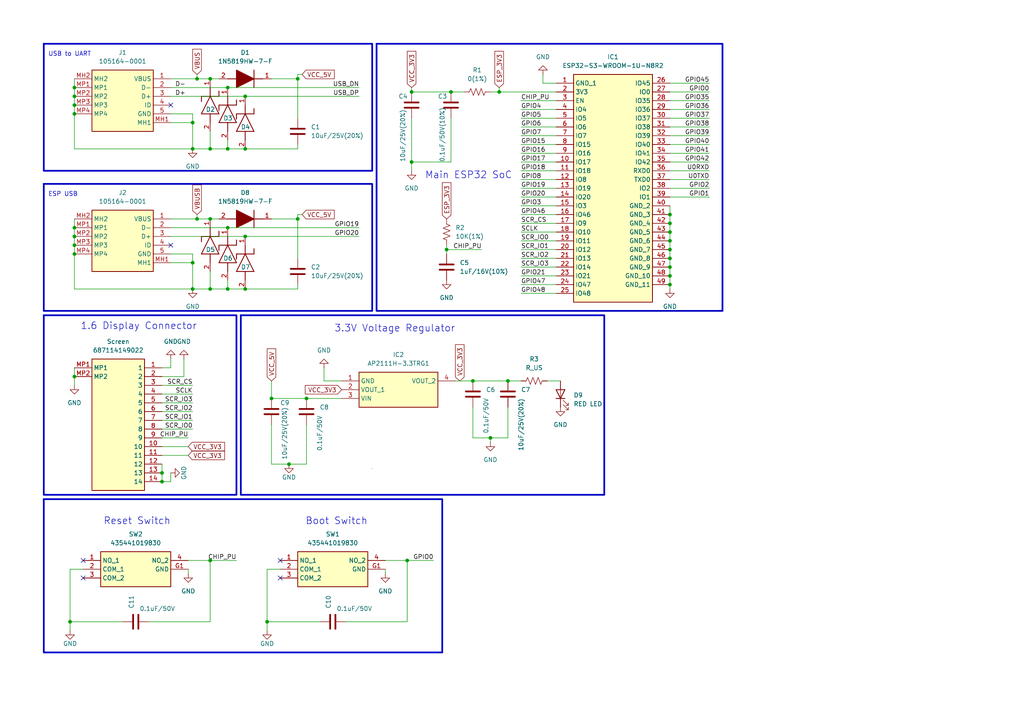
<source format=kicad_sch>
(kicad_sch (version 20230121) (generator eeschema)
  (paper "A4")
  (lib_symbols
    (symbol "Device:C" (pin_numbers hide) (pin_names (offset 0.254))
      (property "Reference" "C" (at 0.635 2.54 0))
      (property "Value" "C" (at 0.635 -2.54 0))
      (symbol "C_0_1"
        (polyline (pts (xy -2.032 -0.762) (xy 2.032 -0.762)) (stroke (width 0.508)))
        (polyline (pts (xy -2.032 0.762) (xy 2.032 0.762)) (stroke (width 0.508)))
      )
      (symbol "C_1_1"
        (pin passive line (at 0 3.81 270) (length 2.794) (name "~") (number "1"))
        (pin passive line (at 0 -3.81 90) (length 2.794) (name "~") (number "2"))
      )
    )
    (symbol "Device:LED" (pin_numbers hide) (pin_names (offset 1.016) hide)
      (property "Reference" "D" (at 0 2.54 0))
      (property "Value" "LED" (at 0 -2.54 0))
      (symbol "LED_0_1"
        (polyline (pts (xy -1.27 -1.27) (xy -1.27 1.27)) (stroke (width 0.254)))
        (polyline (pts (xy -1.27 0) (xy 1.27 0)))
        (polyline (pts (xy 1.27 -1.27) (xy 1.27 1.27) (xy -1.27 0) (xy 1.27 -1.27)) (stroke (width 0.254)))
        (polyline (pts (xy -3.048 -0.762) (xy -4.572 -2.286) (xy -3.81 -2.286) (xy -4.572 -2.286) (xy -4.572 -1.524)))
        (polyline (pts (xy -1.778 -0.762) (xy -3.302 -2.286) (xy -2.54 -2.286) (xy -3.302 -2.286) (xy -3.302 -1.524)))
      )
      (symbol "LED_1_1"
        (pin passive line (at -3.81 0 0) (length 2.54) (name "K") (number "1"))
        (pin passive line (at 3.81 0 180) (length 2.54) (name "A") (number "2"))
      )
    )
    (symbol "Device:R_US" (pin_numbers hide) (pin_names (offset 0))
      (property "Reference" "R" (at 2.54 0 90))
      (property "Value" "R_US" (at -2.54 0 90))
      (symbol "R_US_0_1"
        (polyline (pts (xy 0 -2.286) (xy 0 -2.54)))
        (polyline (pts (xy 0 2.286) (xy 0 2.54)))
        (polyline (pts (xy 0 -0.762) (xy 1.016 -1.143) (xy 0 -1.524) (xy -1.016 -1.905) (xy 0 -2.286)))
        (polyline (pts (xy 0 0.762) (xy 1.016 0.381) (xy 0 0) (xy -1.016 -0.381) (xy 0 -0.762)))
        (polyline (pts (xy 0 2.286) (xy 1.016 1.905) (xy 0 1.524) (xy -1.016 1.143) (xy 0 0.762)))
      )
      (symbol "R_US_1_1"
        (pin passive line (at 0 3.81 270) (length 1.27) (name "~") (number "1"))
        (pin passive line (at 0 -3.81 90) (length 1.27) (name "~") (number "2"))
      )
    )
    (symbol "SamacSys_Parts:105164-0001"
      (property "Reference" "J" (at 24.13 7.62 0))
      (property "Value" "105164-0001" (at 24.13 5.08 0))
      (symbol "105164-0001_1_1"
        (rectangle (start 5.08 2.54) (end 22.86 -15.24) (stroke (width 0.254)) (fill (type background)))
        (pin passive line (at 0 0 0) (length 5.08) (name "VBUS") (number "1"))
        (pin passive line (at 0 -2.54 0) (length 5.08) (name "D-") (number "2"))
        (pin passive line (at 0 -5.08 0) (length 5.08) (name "D+") (number "3"))
        (pin passive line (at 0 -7.62 0) (length 5.08) (name "ID") (number "4"))
        (pin passive line (at 0 -10.16 0) (length 5.08) (name "GND") (number "5"))
        (pin passive line (at 0 -12.7 0) (length 5.08) (name "MH1") (number "MH1"))
        (pin passive line (at 27.94 0 180) (length 5.08) (name "MH2") (number "MH2"))
        (pin passive line (at 27.94 -2.54 180) (length 5.08) (name "MP1") (number "MP1"))
        (pin passive line (at 27.94 -5.08 180) (length 5.08) (name "MP2") (number "MP2"))
        (pin passive line (at 27.94 -7.62 180) (length 5.08) (name "MP3") (number "MP3"))
        (pin passive line (at 27.94 -10.16 180) (length 5.08) (name "MP4") (number "MP4"))
      )
    )
    (symbol "SamacSys_Parts:1N5819HW-7-F" (pin_names hide)
      (property "Reference" "D" (at 11.43 5.08 0))
      (property "Value" "1N5819HW-7-F" (at 11.43 2.54 0))
      (symbol "1N5819HW-7-F_1_1"
        (polyline (pts (xy 2.54 0) (xy 5.08 0)) (stroke (width 0.254)))
        (polyline (pts (xy 5.08 2.54) (xy 5.08 -2.54)) (stroke (width 0.254)))
        (polyline (pts (xy 10.16 0) (xy 12.7 0)) (stroke (width 0.254)))
        (polyline (pts (xy 5.08 0) (xy 10.16 2.54) (xy 10.16 -2.54) (xy 5.08 0)) (stroke (width 0.254)) (fill (type outline)))
        (pin passive line (at 0 0 0) (length 2.54) (name "K") (number "1"))
        (pin passive line (at 15.24 0 180) (length 2.54) (name "A") (number "2"))
      )
    )
    (symbol "SamacSys_Parts:435441019830"
      (property "Reference" "S" (at 26.67 7.62 0))
      (property "Value" "435441019830" (at 26.67 5.08 0))
      (symbol "435441019830_1_1"
        (rectangle (start 5.08 2.54) (end 25.4 -7.62) (stroke (width 0.254)) (fill (type background)))
        (pin passive line (at 0 0 0) (length 5.08) (name "NO_1") (number "1"))
        (pin passive line (at 0 -2.54 0) (length 5.08) (name "COM_1") (number "2"))
        (pin passive line (at 0 -5.08 0) (length 5.08) (name "COM_2") (number "3"))
        (pin passive line (at 30.48 0 180) (length 5.08) (name "NO_2") (number "4"))
        (pin passive line (at 30.48 -2.54 180) (length 5.08) (name "GND") (number "G1"))
      )
    )
    (symbol "SamacSys_Parts:687114149022"
      (property "Reference" "J" (at 21.59 7.62 0))
      (property "Value" "687114149022" (at 21.59 5.08 0))
      (symbol "687114149022_1_1"
        (rectangle (start 5.08 2.54) (end 20.32 -35.56) (stroke (width 0.254)) (fill (type background)))
        (pin passive line (at 25.4 0 180) (length 5.08) (name "1") (number "1"))
        (pin passive line (at 25.4 -22.86 180) (length 5.08) (name "10") (number "10"))
        (pin passive line (at 25.4 -25.4 180) (length 5.08) (name "11") (number "11"))
        (pin passive line (at 25.4 -27.94 180) (length 5.08) (name "12") (number "12"))
        (pin passive line (at 25.4 -30.48 180) (length 5.08) (name "13") (number "13"))
        (pin passive line (at 25.4 -33.02 180) (length 5.08) (name "14") (number "14"))
        (pin passive line (at 25.4 -2.54 180) (length 5.08) (name "2") (number "2"))
        (pin passive line (at 25.4 -5.08 180) (length 5.08) (name "3") (number "3"))
        (pin passive line (at 25.4 -7.62 180) (length 5.08) (name "4") (number "4"))
        (pin passive line (at 25.4 -10.16 180) (length 5.08) (name "5") (number "5"))
        (pin passive line (at 25.4 -12.7 180) (length 5.08) (name "6") (number "6"))
        (pin passive line (at 25.4 -15.24 180) (length 5.08) (name "7") (number "7"))
        (pin passive line (at 25.4 -17.78 180) (length 5.08) (name "8") (number "8"))
        (pin passive line (at 25.4 -20.32 180) (length 5.08) (name "9") (number "9"))
        (pin passive line (at 0 0 0) (length 5.08) (name "MP1") (number "MP1"))
        (pin passive line (at 0 -2.54 0) (length 5.08) (name "MP2") (number "MP2"))
      )
    )
    (symbol "SamacSys_Parts:AP2111H-3.3TRG1"
      (property "Reference" "IC" (at 29.21 7.62 0))
      (property "Value" "AP2111H-3.3TRG1" (at 29.21 5.08 0))
      (symbol "AP2111H-3.3TRG1_1_1"
        (rectangle (start 5.08 2.54) (end 27.94 -7.62) (stroke (width 0.254)) (fill (type background)))
        (pin passive line (at 0 0 0) (length 5.08) (name "GND") (number "1"))
        (pin passive line (at 0 -2.54 0) (length 5.08) (name "VOUT_1") (number "2"))
        (pin passive line (at 0 -5.08 0) (length 5.08) (name "VIN") (number "3"))
        (pin passive line (at 33.02 0 180) (length 5.08) (name "VOUT_2") (number "4"))
      )
    )
    (symbol "SamacSys_Parts:ESDA7P60-1U1M" (pin_names hide)
      (property "Reference" "D" (at 10.16 8.89 0))
      (property "Value" "ESDA7P60-1U1M" (at 10.16 6.35 0))
      (symbol "ESDA7P60-1U1M_1_1"
        (polyline (pts (xy 2.54 0) (xy 5.08 0)) (stroke (width 0.254)))
        (polyline (pts (xy 5.08 -2.54) (xy 6.604 -2.54)) (stroke (width 0.254)))
        (polyline (pts (xy 5.08 0) (xy 10.16 2.54)) (stroke (width 0.254)))
        (polyline (pts (xy 5.08 2.54) (xy 3.556 2.54)) (stroke (width 0.254)))
        (polyline (pts (xy 5.08 2.54) (xy 5.08 -2.54)) (stroke (width 0.254)))
        (polyline (pts (xy 10.16 -2.54) (xy 5.08 0)) (stroke (width 0.254)))
        (polyline (pts (xy 10.16 -2.54) (xy 10.16 2.54)) (stroke (width 0.254)))
        (polyline (pts (xy 12.7 0) (xy 10.16 0)) (stroke (width 0.254)))
        (pin passive line (at 0 0 0) (length 2.54) (name "K") (number "1"))
        (pin passive line (at 15.24 0 180) (length 2.54) (name "A") (number "2"))
      )
    )
    (symbol "SamacSys_Parts:ESP32-S3-WROOM-1U-N8R2"
      (property "Reference" "IC" (at 29.21 7.62 0))
      (property "Value" "ESP32-S3-WROOM-1U-N8R2" (at 29.21 5.08 0))
      (symbol "ESP32-S3-WROOM-1U-N8R2_1_1"
        (rectangle (start 5.08 2.54) (end 27.94 -63.5) (stroke (width 0.254)) (fill (type background)))
        (pin passive line (at 0 0 0) (length 5.08) (name "GND_1") (number "1"))
        (pin passive line (at 0 -22.86 0) (length 5.08) (name "IO17") (number "10"))
        (pin passive line (at 0 -25.4 0) (length 5.08) (name "IO18") (number "11"))
        (pin passive line (at 0 -27.94 0) (length 5.08) (name "IO8") (number "12"))
        (pin passive line (at 0 -30.48 0) (length 5.08) (name "IO19") (number "13"))
        (pin passive line (at 0 -33.02 0) (length 5.08) (name "IO20") (number "14"))
        (pin passive line (at 0 -35.56 0) (length 5.08) (name "IO3") (number "15"))
        (pin passive line (at 0 -38.1 0) (length 5.08) (name "IO46") (number "16"))
        (pin passive line (at 0 -40.64 0) (length 5.08) (name "IO9") (number "17"))
        (pin passive line (at 0 -43.18 0) (length 5.08) (name "IO10") (number "18"))
        (pin passive line (at 0 -45.72 0) (length 5.08) (name "IO11") (number "19"))
        (pin passive line (at 0 -2.54 0) (length 5.08) (name "3V3") (number "2"))
        (pin passive line (at 0 -48.26 0) (length 5.08) (name "IO12") (number "20"))
        (pin passive line (at 0 -50.8 0) (length 5.08) (name "IO13") (number "21"))
        (pin passive line (at 0 -53.34 0) (length 5.08) (name "IO14") (number "22"))
        (pin passive line (at 0 -55.88 0) (length 5.08) (name "IO21") (number "23"))
        (pin passive line (at 0 -58.42 0) (length 5.08) (name "IO47") (number "24"))
        (pin passive line (at 0 -60.96 0) (length 5.08) (name "IO48") (number "25"))
        (pin passive line (at 33.02 0 180) (length 5.08) (name "IO45") (number "26"))
        (pin passive line (at 33.02 -2.54 180) (length 5.08) (name "IO0") (number "27"))
        (pin passive line (at 33.02 -5.08 180) (length 5.08) (name "IO35") (number "28"))
        (pin passive line (at 33.02 -7.62 180) (length 5.08) (name "IO36") (number "29"))
        (pin passive line (at 0 -5.08 0) (length 5.08) (name "EN") (number "3"))
        (pin passive line (at 33.02 -10.16 180) (length 5.08) (name "IO37") (number "30"))
        (pin passive line (at 33.02 -12.7 180) (length 5.08) (name "IO38") (number "31"))
        (pin passive line (at 33.02 -15.24 180) (length 5.08) (name "IO39") (number "32"))
        (pin passive line (at 33.02 -17.78 180) (length 5.08) (name "IO40") (number "33"))
        (pin passive line (at 33.02 -20.32 180) (length 5.08) (name "IO41") (number "34"))
        (pin passive line (at 33.02 -22.86 180) (length 5.08) (name "IO42") (number "35"))
        (pin passive line (at 33.02 -25.4 180) (length 5.08) (name "RXD0") (number "36"))
        (pin passive line (at 33.02 -27.94 180) (length 5.08) (name "TXD0") (number "37"))
        (pin passive line (at 33.02 -30.48 180) (length 5.08) (name "IO2") (number "38"))
        (pin passive line (at 33.02 -33.02 180) (length 5.08) (name "IO1") (number "39"))
        (pin passive line (at 0 -7.62 0) (length 5.08) (name "IO4") (number "4"))
        (pin passive line (at 33.02 -35.56 180) (length 5.08) (name "GND_2") (number "40"))
        (pin passive line (at 33.02 -38.1 180) (length 5.08) (name "GND_3") (number "41"))
        (pin passive line (at 33.02 -40.64 180) (length 5.08) (name "GND_4") (number "42"))
        (pin passive line (at 33.02 -43.18 180) (length 5.08) (name "GND_5") (number "43"))
        (pin passive line (at 33.02 -45.72 180) (length 5.08) (name "GND_6") (number "44"))
        (pin passive line (at 33.02 -48.26 180) (length 5.08) (name "GND_7") (number "45"))
        (pin passive line (at 33.02 -50.8 180) (length 5.08) (name "GND_8") (number "46"))
        (pin passive line (at 33.02 -53.34 180) (length 5.08) (name "GND_9") (number "47"))
        (pin passive line (at 33.02 -55.88 180) (length 5.08) (name "GND_10") (number "48"))
        (pin passive line (at 33.02 -58.42 180) (length 5.08) (name "GND_11") (number "49"))
        (pin passive line (at 0 -10.16 0) (length 5.08) (name "IO5") (number "5"))
        (pin passive line (at 0 -12.7 0) (length 5.08) (name "IO6") (number "6"))
        (pin passive line (at 0 -15.24 0) (length 5.08) (name "IO7") (number "7"))
        (pin passive line (at 0 -17.78 0) (length 5.08) (name "IO15") (number "8"))
        (pin passive line (at 0 -20.32 0) (length 5.08) (name "IO16") (number "9"))
      )
    )
    (symbol "power:GND" (power) (pin_names (offset 0))
      (property "Value" "GND" (at 0 -3.81 0))
      (symbol "GND_0_1"
        (polyline (pts (xy 0 0) (xy 0 -1.27) (xy 1.27 -1.27) (xy 0 -2.54) (xy -1.27 -1.27) (xy 0 -1.27)))
      )
      (symbol "GND_1_1"
        (pin power_in line (at 0 0 270) (length 0) hide (name "GND") (number "1"))
      )
    )
  )
  (junction (at 66.04 43.18))
  (junction (at 21.59 27.94))
  (junction (at 130.81 26.67))
  (junction (at 194.31 69.85))
  (junction (at 57.15 22.86))
  (junction (at 71.12 43.18))
  (junction (at 194.31 82.55))
  (junction (at 129.54 72.39))
  (junction (at 66.04 66.04))
  (junction (at 66.04 83.82))
  (junction (at 57.15 63.5))
  (junction (at 194.31 80.01))
  (junction (at 21.59 33.02))
  (junction (at 142.24 127))
  (junction (at 194.31 62.23))
  (junction (at 71.12 83.82))
  (junction (at 83.82 134.62))
  (junction (at 21.59 66.04))
  (junction (at 66.04 25.4))
  (junction (at 88.9 115.57))
  (junction (at 55.88 76.2))
  (junction (at 21.59 25.4))
  (junction (at 55.88 35.56))
  (junction (at 20.32 180.34))
  (junction (at 194.31 72.39))
  (junction (at 119.38 46.99))
  (junction (at 46.99 137.16))
  (junction (at 60.96 22.86))
  (junction (at 194.31 77.47))
  (junction (at 78.74 115.57))
  (junction (at 71.12 68.58))
  (junction (at 71.12 27.94))
  (junction (at 77.47 180.34))
  (junction (at 119.38 26.67))
  (junction (at 118.11 162.56))
  (junction (at 21.59 30.48))
  (junction (at 137.16 110.49))
  (junction (at 194.31 74.93))
  (junction (at 21.59 73.66))
  (junction (at 60.96 162.56))
  (junction (at 144.78 26.67))
  (junction (at 86.36 22.86))
  (junction (at 60.96 43.18))
  (junction (at 55.88 43.18))
  (junction (at 86.36 63.5))
  (junction (at 21.59 109.22))
  (junction (at 60.96 63.5))
  (junction (at 194.31 67.31))
  (junction (at 60.96 83.82))
  (junction (at 21.59 71.12))
  (junction (at 147.32 110.49))
  (junction (at 194.31 64.77))
  (junction (at 46.99 139.7))
  (junction (at 21.59 68.58))
  (junction (at 55.88 83.82))
  (no_connect (at 81.28 167.64))
  (no_connect (at 24.13 162.56))
  (no_connect (at 81.28 162.56))
  (no_connect (at 49.53 71.12))
  (no_connect (at 49.53 30.48))
  (no_connect (at 24.13 167.64))
  (wire (pts (xy 137.16 127) (xy 142.24 127)))
  (wire (pts (xy 71.12 68.58) (xy 104.14 68.58)))
  (wire (pts (xy 151.13 41.91) (xy 161.29 41.91)))
  (wire (pts (xy 142.24 127) (xy 142.24 128.27)))
  (wire (pts (xy 151.13 29.21) (xy 161.29 29.21)))
  (wire (pts (xy 119.38 26.67) (xy 130.81 26.67)))
  (wire (pts (xy 78.74 115.57) (xy 88.9 115.57)))
  (wire (pts (xy 49.53 25.4) (xy 66.04 25.4)))
  (wire (pts (xy 21.59 83.82) (xy 55.88 83.82)))
  (wire (pts (xy 129.54 72.39) (xy 129.54 73.66)))
  (wire (pts (xy 78.74 134.62) (xy 78.74 123.19)))
  (wire (pts (xy 49.53 27.94) (xy 71.12 27.94)))
  (wire (pts (xy 77.47 182.88) (xy 77.47 180.34)))
  (wire (pts (xy 144.78 26.67) (xy 161.29 26.67)))
  (wire (pts (xy 60.96 180.34) (xy 60.96 162.56)))
  (wire (pts (xy 194.31 39.37) (xy 205.74 39.37)))
  (wire (pts (xy 194.31 24.13) (xy 205.74 24.13)))
  (wire (pts (xy 142.24 26.67) (xy 144.78 26.67)))
  (wire (pts (xy 157.48 21.59) (xy 157.48 24.13)))
  (wire (pts (xy 54.61 162.56) (xy 60.96 162.56)))
  (wire (pts (xy 100.33 180.34) (xy 118.11 180.34)))
  (wire (pts (xy 66.04 43.18) (xy 71.12 43.18)))
  (wire (pts (xy 194.31 36.83) (xy 205.74 36.83)))
  (wire (pts (xy 46.99 119.38) (xy 55.88 119.38)))
  (wire (pts (xy 55.88 76.2) (xy 55.88 83.82)))
  (wire (pts (xy 151.13 69.85) (xy 161.29 69.85)))
  (wire (pts (xy 86.36 82.55) (xy 86.36 83.82)))
  (wire (pts (xy 86.36 41.91) (xy 86.36 43.18)))
  (wire (pts (xy 151.13 34.29) (xy 161.29 34.29)))
  (wire (pts (xy 142.24 127) (xy 147.32 127)))
  (wire (pts (xy 118.11 180.34) (xy 118.11 162.56)))
  (wire (pts (xy 20.32 165.1) (xy 20.32 180.34)))
  (wire (pts (xy 83.82 134.62) (xy 88.9 134.62)))
  (wire (pts (xy 46.99 137.16) (xy 46.99 139.7)))
  (wire (pts (xy 21.59 25.4) (xy 21.59 27.94)))
  (wire (pts (xy 66.04 66.04) (xy 104.14 66.04)))
  (wire (pts (xy 21.59 33.02) (xy 21.59 43.18)))
  (wire (pts (xy 151.13 85.09) (xy 161.29 85.09)))
  (wire (pts (xy 78.74 134.62) (xy 83.82 134.62)))
  (wire (pts (xy 57.15 63.5) (xy 60.96 63.5)))
  (wire (pts (xy 77.47 180.34) (xy 92.71 180.34)))
  (wire (pts (xy 194.31 77.47) (xy 194.31 80.01)))
  (wire (pts (xy 57.15 21.59) (xy 57.15 22.86)))
  (wire (pts (xy 46.99 109.22) (xy 53.34 109.22)))
  (wire (pts (xy 194.31 72.39) (xy 194.31 74.93)))
  (wire (pts (xy 49.53 63.5) (xy 57.15 63.5)))
  (wire (pts (xy 151.13 59.69) (xy 161.29 59.69)))
  (wire (pts (xy 88.9 115.57) (xy 99.06 115.57)))
  (wire (pts (xy 119.38 25.4) (xy 119.38 26.67)))
  (wire (pts (xy 151.13 67.31) (xy 161.29 67.31)))
  (wire (pts (xy 88.9 123.19) (xy 88.9 134.62)))
  (wire (pts (xy 194.31 34.29) (xy 205.74 34.29)))
  (wire (pts (xy 60.96 38.1) (xy 60.96 43.18)))
  (wire (pts (xy 151.13 54.61) (xy 161.29 54.61)))
  (wire (pts (xy 46.99 129.54) (xy 54.61 129.54)))
  (wire (pts (xy 130.81 34.29) (xy 130.81 46.99)))
  (wire (pts (xy 77.47 165.1) (xy 77.47 180.34)))
  (wire (pts (xy 86.36 22.86) (xy 86.36 34.29)))
  (wire (pts (xy 21.59 22.86) (xy 21.59 25.4)))
  (wire (pts (xy 66.04 81.28) (xy 66.04 83.82)))
  (wire (pts (xy 194.31 26.67) (xy 205.74 26.67)))
  (wire (pts (xy 151.13 49.53) (xy 161.29 49.53)))
  (wire (pts (xy 46.99 121.92) (xy 55.88 121.92)))
  (wire (pts (xy 93.98 110.49) (xy 99.06 110.49)))
  (wire (pts (xy 21.59 30.48) (xy 21.59 33.02)))
  (wire (pts (xy 60.96 162.56) (xy 68.58 162.56)))
  (wire (pts (xy 21.59 63.5) (xy 21.59 66.04)))
  (wire (pts (xy 49.53 22.86) (xy 57.15 22.86)))
  (wire (pts (xy 194.31 82.55) (xy 194.31 83.82)))
  (wire (pts (xy 46.99 116.84) (xy 55.88 116.84)))
  (wire (pts (xy 86.36 63.5) (xy 78.74 63.5)))
  (wire (pts (xy 21.59 27.94) (xy 21.59 30.48)))
  (wire (pts (xy 194.31 80.01) (xy 194.31 82.55)))
  (wire (pts (xy 21.59 68.58) (xy 21.59 71.12)))
  (wire (pts (xy 49.53 76.2) (xy 55.88 76.2)))
  (wire (pts (xy 119.38 49.53) (xy 119.38 46.99)))
  (wire (pts (xy 151.13 36.83) (xy 161.29 36.83)))
  (wire (pts (xy 46.99 134.62) (xy 46.99 137.16)))
  (wire (pts (xy 151.13 64.77) (xy 161.29 64.77)))
  (wire (pts (xy 78.74 110.49) (xy 78.74 115.57)))
  (wire (pts (xy 49.53 137.16) (xy 49.53 139.7)))
  (wire (pts (xy 132.08 110.49) (xy 137.16 110.49)))
  (wire (pts (xy 111.76 166.37) (xy 111.76 165.1)))
  (wire (pts (xy 86.36 62.23) (xy 86.36 63.5)))
  (wire (pts (xy 54.61 166.37) (xy 54.61 165.1)))
  (wire (pts (xy 151.13 72.39) (xy 161.29 72.39)))
  (wire (pts (xy 20.32 180.34) (xy 35.56 180.34)))
  (wire (pts (xy 151.13 74.93) (xy 161.29 74.93)))
  (wire (pts (xy 151.13 82.55) (xy 161.29 82.55)))
  (wire (pts (xy 119.38 46.99) (xy 119.38 34.29)))
  (wire (pts (xy 71.12 27.94) (xy 104.14 27.94)))
  (wire (pts (xy 86.36 21.59) (xy 86.36 22.86)))
  (wire (pts (xy 86.36 22.86) (xy 78.74 22.86)))
  (wire (pts (xy 86.36 63.5) (xy 86.36 74.93)))
  (wire (pts (xy 55.88 33.02) (xy 55.88 35.56)))
  (wire (pts (xy 151.13 31.75) (xy 161.29 31.75)))
  (wire (pts (xy 151.13 44.45) (xy 161.29 44.45)))
  (wire (pts (xy 46.99 132.08) (xy 54.61 132.08)))
  (wire (pts (xy 151.13 46.99) (xy 161.29 46.99)))
  (wire (pts (xy 54.61 127) (xy 46.99 127)))
  (wire (pts (xy 49.53 33.02) (xy 55.88 33.02)))
  (wire (pts (xy 130.81 26.67) (xy 134.62 26.67)))
  (wire (pts (xy 130.81 46.99) (xy 119.38 46.99)))
  (wire (pts (xy 137.16 110.49) (xy 147.32 110.49)))
  (wire (pts (xy 157.48 24.13) (xy 161.29 24.13)))
  (wire (pts (xy 151.13 62.23) (xy 161.29 62.23)))
  (wire (pts (xy 194.31 46.99) (xy 205.74 46.99)))
  (wire (pts (xy 66.04 83.82) (xy 71.12 83.82)))
  (wire (pts (xy 118.11 162.56) (xy 125.73 162.56)))
  (wire (pts (xy 43.18 180.34) (xy 60.96 180.34)))
  (wire (pts (xy 129.54 72.39) (xy 139.7 72.39)))
  (wire (pts (xy 49.53 68.58) (xy 71.12 68.58)))
  (wire (pts (xy 194.31 49.53) (xy 205.74 49.53)))
  (wire (pts (xy 151.13 77.47) (xy 161.29 77.47)))
  (wire (pts (xy 55.88 73.66) (xy 55.88 76.2)))
  (wire (pts (xy 60.96 22.86) (xy 63.5 22.86)))
  (wire (pts (xy 111.76 162.56) (xy 118.11 162.56)))
  (wire (pts (xy 194.31 69.85) (xy 194.31 72.39)))
  (wire (pts (xy 49.53 66.04) (xy 66.04 66.04)))
  (wire (pts (xy 49.53 106.68) (xy 49.53 104.14)))
  (wire (pts (xy 60.96 43.18) (xy 66.04 43.18)))
  (wire (pts (xy 21.59 73.66) (xy 21.59 83.82)))
  (wire (pts (xy 86.36 62.23) (xy 87.63 62.23)))
  (wire (pts (xy 46.99 111.76) (xy 55.88 111.76)))
  (wire (pts (xy 66.04 40.64) (xy 66.04 43.18)))
  (wire (pts (xy 21.59 106.68) (xy 21.59 109.22)))
  (wire (pts (xy 194.31 62.23) (xy 194.31 64.77)))
  (wire (pts (xy 21.59 109.22) (xy 21.59 111.76)))
  (wire (pts (xy 57.15 62.23) (xy 57.15 63.5)))
  (wire (pts (xy 49.53 139.7) (xy 46.99 139.7)))
  (wire (pts (xy 194.31 64.77) (xy 194.31 67.31)))
  (wire (pts (xy 147.32 127) (xy 147.32 118.11)))
  (wire (pts (xy 137.16 118.11) (xy 137.16 127)))
  (wire (pts (xy 71.12 43.18) (xy 86.36 43.18)))
  (wire (pts (xy 71.12 83.82) (xy 86.36 83.82)))
  (wire (pts (xy 158.75 110.49) (xy 162.56 110.49)))
  (wire (pts (xy 55.88 35.56) (xy 55.88 43.18)))
  (wire (pts (xy 46.99 114.3) (xy 55.88 114.3)))
  (wire (pts (xy 194.31 67.31) (xy 194.31 69.85)))
  (wire (pts (xy 21.59 66.04) (xy 21.59 68.58)))
  (wire (pts (xy 151.13 52.07) (xy 161.29 52.07)))
  (wire (pts (xy 194.31 29.21) (xy 205.74 29.21)))
  (wire (pts (xy 151.13 57.15) (xy 161.29 57.15)))
  (wire (pts (xy 194.31 41.91) (xy 205.74 41.91)))
  (wire (pts (xy 129.54 71.12) (xy 129.54 72.39)))
  (wire (pts (xy 194.31 52.07) (xy 205.74 52.07)))
  (wire (pts (xy 60.96 63.5) (xy 63.5 63.5)))
  (wire (pts (xy 194.31 59.69) (xy 194.31 62.23)))
  (wire (pts (xy 194.31 54.61) (xy 205.74 54.61)))
  (wire (pts (xy 46.99 124.46) (xy 55.88 124.46)))
  (wire (pts (xy 21.59 71.12) (xy 21.59 73.66)))
  (wire (pts (xy 194.31 31.75) (xy 205.74 31.75)))
  (wire (pts (xy 81.28 165.1) (xy 77.47 165.1)))
  (wire (pts (xy 194.31 74.93) (xy 194.31 77.47)))
  (wire (pts (xy 24.13 165.1) (xy 20.32 165.1)))
  (wire (pts (xy 60.96 78.74) (xy 60.96 83.82)))
  (wire (pts (xy 147.32 110.49) (xy 151.13 110.49)))
  (wire (pts (xy 66.04 25.4) (xy 104.14 25.4)))
  (wire (pts (xy 49.53 35.56) (xy 55.88 35.56)))
  (wire (pts (xy 21.59 43.18) (xy 55.88 43.18)))
  (wire (pts (xy 53.34 104.14) (xy 53.34 109.22)))
  (wire (pts (xy 194.31 44.45) (xy 205.74 44.45)))
  (wire (pts (xy 46.99 106.68) (xy 49.53 106.68)))
  (wire (pts (xy 151.13 80.01) (xy 161.29 80.01)))
  (wire (pts (xy 151.13 39.37) (xy 161.29 39.37)))
  (wire (pts (xy 49.53 73.66) (xy 55.88 73.66)))
  (wire (pts (xy 57.15 22.86) (xy 60.96 22.86)))
  (wire (pts (xy 86.36 21.59) (xy 87.63 21.59)))
  (wire (pts (xy 20.32 182.88) (xy 20.32 180.34)))
  (wire (pts (xy 55.88 43.18) (xy 60.96 43.18)))
  (wire (pts (xy 93.98 106.68) (xy 93.98 110.49)))
  (wire (pts (xy 60.96 83.82) (xy 66.04 83.82)))
  (wire (pts (xy 55.88 83.82) (xy 60.96 83.82)))
  (wire (pts (xy 194.31 57.15) (xy 205.74 57.15)))
  (wire (pts (xy 144.78 25.4) (xy 144.78 26.67)))
  (rectangle (start 107.95 135.89) (end 107.95 135.89))
  (rectangle (start 12.7 53.34) (end 107.95 90.17) (stroke (width 0.5)))
  (rectangle (start 12.7 91.44) (end 68.58 143.51) (stroke (width 0.5)))
  (rectangle (start 12.7 144.78) (end 128.27 189.23) (stroke (width 0.5)))
  (rectangle (start 12.7 12.7) (end 107.95 49.53) (stroke (width 0.5)))
  (rectangle (start 69.85 91.44) (end 175.26 143.51) (stroke (width 0.5)))
  (rectangle (start 209.55 88.9) (end 209.55 88.9))
  (rectangle (start 109.22 12.7) (end 209.55 90.17) (stroke (width 0.5)))
  (text "1.6 Display Connector\n\n" (at 57.15 99.06 0) (effects (font (size 2 2)) (justify right bottom)))
  (text "Boot Switch" (at 106.68 152.4 0) (effects (font (size 2 2)) (justify right bottom)))
  (text "Reset Switch\n" (at 49.53 152.4 0) (effects (font (size 2 2)) (justify right bottom)))
  (text "3.3V Voltage Regulator\n" (at 132.08 96.52 0) (effects (font (size 2 2)) (justify right bottom)))
  (text "ESP USB" (at 13.97 57.15 0) (effects (font (size 1.27 1.27)) (justify left bottom)))
  (text "Main ESP32 SoC" (at 148.59 52.07 0) (effects (font (size 2 2)) (justify right bottom)))
  (text "USB to UART" (at 13.97 16.51 0) (effects (font (size 1.27 1.27)) (justify left bottom)))
  (label "GPIO3" (at 151.13 59.69 0))
  (label "GPIO19" (at 151.13 54.61 0))
  (label "CHIP_PU" (at 151.13 29.21 0))
  (label "GPIO39" (at 205.74 39.37 180))
  (label "CHIP_PU" (at 139.7 72.39 180))
  (label "SCR_IO1" (at 151.13 72.39 0))
  (label "SCR_IO2" (at 151.13 74.93 0))
  (label "SCLK" (at 55.88 114.3 180))
  (label "GPIO35" (at 205.74 29.21 180))
  (label "GPIO47" (at 151.13 82.55 0))
  (label "SCR_IO0" (at 151.13 69.85 0))
  (label "D-" (at 50.8 25.4 0))
  (label "CHIP_PU" (at 68.58 162.56 180))
  (label "U0TXD" (at 205.74 52.07 180))
  (label "GPIO0" (at 205.74 26.67 180))
  (label "SCR_CS" (at 55.88 111.76 180))
  (label "GPIO42" (at 205.74 46.99 180))
  (label "SCR_IO3" (at 151.13 77.47 0))
  (label "GPIO8" (at 151.13 52.07 0))
  (label "U0RXD" (at 205.74 49.53 180))
  (label "GPIO4" (at 151.13 31.75 0))
  (label "GPIO5" (at 151.13 34.29 0))
  (label "SCLK" (at 151.13 67.31 0))
  (label "GPIO18" (at 151.13 49.53 0))
  (label "GPIO41" (at 205.74 44.45 180))
  (label "GPIO7" (at 151.13 39.37 0))
  (label "GPIO48" (at 151.13 85.09 0))
  (label "SCR_IO2" (at 55.88 119.38 180))
  (label "GPIO16" (at 151.13 44.45 0))
  (label "SCR_IO1" (at 55.88 121.92 180))
  (label "GPIO45" (at 205.74 24.13 180))
  (label "GPIO38" (at 205.74 36.83 180))
  (label "GPIO0" (at 125.73 162.56 180))
  (label "GPIO46" (at 151.13 62.23 0))
  (label "GPIO17" (at 151.13 46.99 0))
  (label "SCR_CS" (at 151.13 64.77 0))
  (label "GPIO20" (at 151.13 57.15 0))
  (label "GPIO1" (at 205.74 57.15 180))
  (label "GPIO21" (at 151.13 80.01 0))
  (label "GPIO6" (at 151.13 36.83 0))
  (label "GPIO37" (at 205.74 34.29 180))
  (label "SCR_IO3" (at 55.88 116.84 180))
  (label "GPIO40" (at 205.74 41.91 180))
  (label "GPIO36" (at 205.74 31.75 180))
  (label "SCR_IO0" (at 55.88 124.46 180))
  (label "GPIO2" (at 205.74 54.61 180))
  (label "USB_DP" (at 104.14 27.94 180))
  (label "D+" (at 50.8 27.94 0))
  (label "GPIO15" (at 151.13 41.91 0))
  (label "CHIP_PU" (at 54.61 127 180))
  (label "GPIO19" (at 104.14 66.04 180))
  (label "USB_DN" (at 104.14 25.4 180))
  (label "GPIO20" (at 104.14 68.58 180))
  (global_label "VCC_3V3" (shape input) (at 54.61 132.08 0) (property "Intersheetrefs" "${INTERSHEET_REFS}" (effects hide)))
  (global_label "ESP_3V3" (shape input) (at 129.54 63.5 90) (property "Intersheetrefs" "${INTERSHEET_REFS}" (effects hide)))
  (global_label "VCC_5V" (shape input) (at 87.63 21.59 0) (property "Intersheetrefs" "${INTERSHEET_REFS}" (effects hide)))
  (global_label "VCC_3V3" (shape input) (at 99.06 113.03 180) (property "Intersheetrefs" "${INTERSHEET_REFS}" (effects hide)))
  (global_label "ESP_3V3" (shape input) (at 144.78 25.4 90) (property "Intersheetrefs" "${INTERSHEET_REFS}" (effects hide)))
  (global_label "VCC_3V3" (shape input) (at 119.38 25.4 90) (property "Intersheetrefs" "${INTERSHEET_REFS}" (effects hide)))
  (global_label "VCC_5V" (shape input) (at 78.74 110.49 90) (property "Intersheetrefs" "${INTERSHEET_REFS}" (effects hide)))
  (global_label "VBUS" (shape input) (at 57.15 21.59 90) (property "Intersheetrefs" "${INTERSHEET_REFS}" (effects hide)))
  (global_label "VCC_5V" (shape input) (at 87.63 62.23 0) (property "Intersheetrefs" "${INTERSHEET_REFS}" (effects hide)))
  (global_label "VCC_3V3" (shape input) (at 54.61 129.54 0) (property "Intersheetrefs" "${INTERSHEET_REFS}" (effects hide)))
  (global_label "VBUSB" (shape input) (at 57.15 62.23 90) (property "Intersheetrefs" "${INTERSHEET_REFS}" (effects hide)))
  (global_label "VCC_3V3" (shape input) (at 133.35 110.49 90) (property "Intersheetrefs" "${INTERSHEET_REFS}" (effects hide)))
  (symbol (lib_id "SamacSys_Parts:435441019830") (at 81.28 162.56 0) (unit 1)
    (property "Reference" "SW1" (at 96.52 154.94 0))
    (property "Value" "435441019830" (at 96.52 157.48 0))
    (property "Footprint" "SamacSys_Parts:435441019830" (effects hide))
    (property "Datasheet" "https://www.we-online.com/catalog/datasheet/435441019830.pdf" (effects hide))
    (property "Height" "1.9" (effects hide))
    (property "Manufacturer_Name" "Wurth Elektronik" (effects hide))
    (property "Manufacturer_Part_Number" "435441019830" (effects hide))
    (property "Mouser Part Number" "710-435441019830" (effects hide))
    (property "Mouser Price/Stock" "https://www.mouser.co.uk/ProductDetail/Wurth-Elektronik/435441019830?qs=ufv2HEpFn%252BQgnhl%2FsZ0Vfw%3D%3D" (effects hide))
  )
  (symbol (lib_id "SamacSys_Parts:1N5819HW-7-F") (at 78.74 22.86 0) (mirror y) (unit 1)
    (property "Reference" "D1" (at 71.12 15.24 0))
    (property "Value" "1N5819HW-7-F" (at 71.12 17.78 0))
    (property "Footprint" "SOD3716X145N" (effects hide))
    (property "Datasheet" "https://datasheet.datasheetarchive.com/originals/distributors/Datasheets-DGA23/1390892.pdf" (effects hide))
    (property "Height" "1.45" (effects hide))
    (property "Manufacturer_Name" "Diodes Incorporated" (effects hide))
    (property "Manufacturer_Part_Number" "1N5819HW-7-F" (effects hide))
    (property "Mouser Part Number" "621-1N5819HW-F" (effects hide))
    (property "Mouser Price/Stock" "https://www.mouser.co.uk/ProductDetail/Diodes-Incorporated/1N5819HW-7-F?qs=NQ47qNm99eDyWTEd07miYA%3D%3D" (effects hide))
    (property "Arrow Part Number" "1N5819HW-7-F" (effects hide))
    (property "Arrow Price/Stock" "https://www.arrow.com/en/products/1n5819hw-7-f/diodes-incorporated?region=europe" (effects hide))
  )
  (symbol (lib_id "Device:C") (at 119.38 30.48 0) (unit 1)
    (property "Reference" "C4" (at 115.57 27.94 0) (effects (justify left)))
    (property "Value" "10uF/25V(20%)" (at 116.84 46.99 90) (effects (justify left)))
  )
  (symbol (lib_id "SamacSys_Parts:ESDA7P60-1U1M") (at 66.04 25.4 270) (unit 1)
    (property "Reference" "D3" (at 64.77 34.29 90) (effects (justify left)))
    (property "Value" "ESDA7P60-1U1M" (effects hide))
    (property "Footprint" "ESDA7P601U1M" (effects hide))
    (property "Datasheet" "https://www.st.com/resource/en/datasheet/esda7p60-1u1m.pdf" (effects hide))
    (property "Manufacturer_Name" "STMicroelectronics" (effects hide))
    (property "Manufacturer_Part_Number" "ESDA7P60-1U1M" (effects hide))
    (property "Mouser Part Number" "511-ESDA7P60-1U1M" (effects hide))
    (property "Mouser Price/Stock" "https://www.mouser.co.uk/ProductDetail/STMicroelectronics/ESDA7P60-1U1M?qs=kWQV1gtkNnfgxoDhWqG%2FZA%3D%3D" (effects hide))
    (property "Arrow Part Number" "ESDA7P60-1U1M" (effects hide))
    (property "Arrow Price/Stock" "https://www.arrow.com/en/products/esda7p60-1u1m/stmicroelectronics?region=europe" (effects hide))
  )
  (symbol (lib_id "Device:C") (at 147.32 114.3 0) (unit 1)
    (property "Reference" "C7" (at 151.13 113.03 0) (effects (justify left)))
    (property "Value" "10uF/25V(20%)" (at 151.13 130.81 90) (effects (justify left)))
    (property "Footprint" "Resistor_SMD:R_1206_3216Metric" (effects hide))
  )
  (symbol (lib_id "SamacSys_Parts:105164-0001") (at 49.53 22.86 0) (mirror y) (unit 1)
    (property "Reference" "J1" (at 35.56 15.24 0))
    (property "Value" "105164-0001" (at 35.56 17.78 0))
    (property "Footprint" "1051640001" (effects hide))
    (property "Datasheet" "https://www.molex.com/pdm_docs/sd/1051640001_sd.pdf" (effects hide))
    (property "Height" "2.7" (effects hide))
    (property "Manufacturer_Name" "Molex" (effects hide))
    (property "Manufacturer_Part_Number" "105164-0001" (effects hide))
    (property "Mouser Part Number" "538-105164-0001" (effects hide))
    (property "Mouser Price/Stock" "https://www.mouser.co.uk/ProductDetail/Molex/105164-0001?qs=JAwGc6FMfvtRY4SkW%2FoGcQ%3D%3D" (effects hide))
  )
  (symbol (lib_id "power:GND") (at 49.53 104.14 180) (unit 1)
    (property "Reference" "#PWR07" (effects hide))
    (property "Value" "GND" (at 49.53 99.06 0))
  )
  (symbol (lib_id "Device:R_US") (at 138.43 26.67 90) (unit 1)
    (property "Reference" "R1" (at 138.43 20.32 90))
    (property "Value" "0(1%)" (at 138.43 22.86 90))
    (property "Footprint" "Resistor_SMD:R_0603_1608Metric_Pad0.98x0.95mm_HandSolder" (effects hide))
  )
  (symbol (lib_id "power:GND") (at 55.88 43.18 0) (unit 1)
    (property "Reference" "#PWR01" (effects hide))
    (property "Value" "GND" (at 55.88 48.26 0))
  )
  (symbol (lib_id "power:GND") (at 162.56 118.11 0) (unit 1)
    (property "Reference" "#PWR011" (effects hide))
    (property "Value" "GND" (at 162.56 123.19 0))
  )
  (symbol (lib_id "Device:C") (at 137.16 114.3 0) (unit 1)
    (property "Reference" "C6" (at 140.97 113.03 0) (effects (justify left)))
    (property "Value" "0.1uF/50V" (at 140.97 125.73 90) (effects (justify left)))
    (property "Footprint" "Resistor_SMD:R_1206_3216Metric" (effects hide))
  )
  (symbol (lib_id "Device:C") (at 78.74 119.38 0) (unit 1)
    (property "Reference" "C9" (at 81.28 116.84 0) (effects (justify left)))
    (property "Value" "10uF/25V(20%)" (at 82.55 133.35 90) (effects (justify left)))
    (property "Footprint" "Resistor_SMD:R_1206_3216Metric" (effects hide))
  )
  (symbol (lib_id "Device:C") (at 96.52 180.34 90) (unit 1)
    (property "Reference" "C10" (at 95.25 176.53 0) (effects (justify left)))
    (property "Value" "0.1uF/50V" (at 107.95 176.53 90) (effects (justify left)))
    (property "Footprint" "Resistor_SMD:R_1206_3216Metric" (effects hide))
  )
  (symbol (lib_id "power:GND") (at 142.24 128.27 0) (unit 1)
    (property "Reference" "#PWR012" (effects hide))
    (property "Value" "GND" (at 142.24 133.35 0))
  )
  (symbol (lib_id "power:GND") (at 129.54 81.28 0) (unit 1)
    (property "Reference" "#PWR09" (effects hide))
    (property "Value" "GND" (at 129.54 86.36 0))
  )
  (symbol (lib_id "Device:C") (at 129.54 77.47 0) (unit 1)
    (property "Reference" "C5" (at 133.35 76.2 0) (effects (justify left)))
    (property "Value" "1uF/16V(10%)" (at 133.35 78.74 0) (effects (justify left)))
    (property "Footprint" "Resistor_SMD:R_1206_3216Metric" (effects hide))
  )
  (symbol (lib_id "Device:C") (at 39.37 180.34 90) (unit 1)
    (property "Reference" "C11" (at 38.1 176.53 0) (effects (justify left)))
    (property "Value" "0.1uF/50V" (at 50.8 176.53 90) (effects (justify left)))
    (property "Footprint" "Resistor_SMD:R_1206_3216Metric" (effects hide))
  )
  (symbol (lib_id "power:GND") (at 111.76 166.37 0) (unit 1)
    (property "Reference" "#PWR015" (effects hide))
    (property "Value" "GND" (at 111.76 171.45 0))
  )
  (symbol (lib_id "power:GND") (at 53.34 104.14 180) (unit 1)
    (property "Reference" "#PWR010" (effects hide))
    (property "Value" "GND" (at 53.34 99.06 0))
  )
  (symbol (lib_id "SamacSys_Parts:ESP32-S3-WROOM-1U-N8R2") (at 161.29 24.13 0) (unit 1)
    (property "Reference" "IC1" (at 177.8 16.51 0))
    (property "Value" "ESP32-S3-WROOM-1U-N8R2" (at 177.8 19.05 0))
    (property "Footprint" "ESP32S3WROOM1UN8R2" (effects hide))
    (property "Datasheet" "https://www.espressif.com/sites/default/files/documentation/esp32-s3-wroom-1_wroom-1u_datasheet_en.pdf" (effects hide))
    (property "Height" "3.35" (effects hide))
    (property "Manufacturer_Name" "Espressif Systems" (effects hide))
    (property "Manufacturer_Part_Number" "ESP32-S3-WROOM-1U-N8R2" (effects hide))
    (property "Mouser Part Number" "356-ESP32S3WRM1UN8R2" (effects hide))
    (property "Mouser Price/Stock" "https://www.mouser.co.uk/ProductDetail/Espressif-Systems/ESP32-S3-WROOM-1U-N8R2?qs=Li%252BoUPsLEnvv7kyEkzf6%252Bw%3D%3D" (effects hide))
  )
  (symbol (lib_id "SamacSys_Parts:ESDA7P60-1U1M") (at 71.12 27.94 270) (unit 1)
    (property "Reference" "D4" (at 69.85 36.83 90) (effects (justify left)))
    (property "Value" "ESDA7P60-1U1M" (effects hide))
    (property "Footprint" "ESDA7P601U1M" (effects hide))
    (property "Datasheet" "https://www.st.com/resource/en/datasheet/esda7p60-1u1m.pdf" (effects hide))
    (property "Manufacturer_Name" "STMicroelectronics" (effects hide))
    (property "Manufacturer_Part_Number" "ESDA7P60-1U1M" (effects hide))
    (property "Mouser Part Number" "511-ESDA7P60-1U1M" (effects hide))
    (property "Mouser Price/Stock" "https://www.mouser.co.uk/ProductDetail/STMicroelectronics/ESDA7P60-1U1M?qs=kWQV1gtkNnfgxoDhWqG%2FZA%3D%3D" (effects hide))
    (property "Arrow Part Number" "ESDA7P60-1U1M" (effects hide))
    (property "Arrow Price/Stock" "https://www.arrow.com/en/products/esda7p60-1u1m/stmicroelectronics?region=europe" (effects hide))
  )
  (symbol (lib_id "Device:C") (at 86.36 78.74 0) (unit 1)
    (property "Reference" "C2" (at 90.17 77.47 0) (effects (justify left)))
    (property "Value" "10uF/25V(20%)" (at 90.17 80.01 0) (effects (justify left)))
    (property "Footprint" "Capacitor_SMD:C_1206_3216Metric" (effects hide))
  )
  (symbol (lib_id "power:GND") (at 49.53 137.16 90) (unit 1)
    (property "Reference" "#PWR08" (effects hide))
    (property "Value" "GND" (at 53.34 137.16 0))
  )
  (symbol (lib_id "power:GND") (at 54.61 166.37 0) (unit 1)
    (property "Reference" "#PWR018" (effects hide))
    (property "Value" "GND" (at 54.61 171.45 0))
  )
  (symbol (lib_id "SamacSys_Parts:435441019830") (at 24.13 162.56 0) (unit 1)
    (property "Reference" "SW2" (at 39.37 154.94 0))
    (property "Value" "435441019830" (at 39.37 157.48 0))
    (property "Footprint" "SamacSys_Parts:435441019830" (effects hide))
    (property "Datasheet" "https://www.we-online.com/catalog/datasheet/435441019830.pdf" (effects hide))
    (property "Height" "1.9" (effects hide))
    (property "Manufacturer_Name" "Wurth Elektronik" (effects hide))
    (property "Manufacturer_Part_Number" "435441019830" (effects hide))
    (property "Mouser Part Number" "710-435441019830" (effects hide))
    (property "Mouser Price/Stock" "https://www.mouser.co.uk/ProductDetail/Wurth-Elektronik/435441019830?qs=ufv2HEpFn%252BQgnhl%2FsZ0Vfw%3D%3D" (effects hide))
  )
  (symbol (lib_id "Device:R_US") (at 154.94 110.49 90) (unit 1)
    (property "Reference" "R3" (at 154.94 104.14 90))
    (property "Value" "R_US" (at 154.94 106.68 90))
    (property "Footprint" "Resistor_SMD:R_1206_3216Metric" (effects hide))
  )
  (symbol (lib_id "power:GND") (at 21.59 111.76 0) (unit 1)
    (property "Reference" "#PWR06" (effects hide))
    (property "Value" "GND" (at 21.59 116.84 0))
  )
  (symbol (lib_id "SamacSys_Parts:1N5819HW-7-F") (at 78.74 63.5 0) (mirror y) (unit 1)
    (property "Reference" "D8" (at 71.12 55.88 0))
    (property "Value" "1N5819HW-7-F" (at 71.12 58.42 0))
    (property "Footprint" "SOD3716X145N" (effects hide))
    (property "Datasheet" "https://datasheet.datasheetarchive.com/originals/distributors/Datasheets-DGA23/1390892.pdf" (effects hide))
    (property "Height" "1.45" (effects hide))
    (property "Manufacturer_Name" "Diodes Incorporated" (effects hide))
    (property "Manufacturer_Part_Number" "1N5819HW-7-F" (effects hide))
    (property "Mouser Part Number" "621-1N5819HW-F" (effects hide))
    (property "Mouser Price/Stock" "https://www.mouser.co.uk/ProductDetail/Diodes-Incorporated/1N5819HW-7-F?qs=NQ47qNm99eDyWTEd07miYA%3D%3D" (effects hide))
    (property "Arrow Part Number" "1N5819HW-7-F" (effects hide))
    (property "Arrow Price/Stock" "https://www.arrow.com/en/products/1n5819hw-7-f/diodes-incorporated?region=europe" (effects hide))
  )
  (symbol (lib_id "power:GND") (at 77.47 182.88 0) (unit 1)
    (property "Reference" "#PWR016" (effects hide))
    (property "Value" "GND" (at 77.47 186.69 0))
  )
  (symbol (lib_id "power:GND") (at 83.82 134.62 0) (unit 1)
    (property "Reference" "#PWR014" (effects hide))
    (property "Value" "GND" (at 83.82 138.43 0))
  )
  (symbol (lib_id "Device:C") (at 86.36 38.1 0) (unit 1)
    (property "Reference" "C1" (at 90.17 36.83 0) (effects (justify left)))
    (property "Value" "10uF/25V(20%)" (at 90.17 39.37 0) (effects (justify left)))
    (property "Footprint" "Capacitor_SMD:C_1206_3216Metric" (effects hide))
  )
  (symbol (lib_id "SamacSys_Parts:687114149022") (at 21.59 106.68 0) (unit 1)
    (property "Reference" "Screen" (at 34.29 99.06 0))
    (property "Value" "687114149022" (at 34.29 101.6 0))
    (property "Footprint" "687114149022" (effects hide))
    (property "Datasheet" "https://componentsearchengine.com/Datasheets/1/687114149022.pdf" (effects hide))
    (property "Height" "2.3" (effects hide))
    (property "Manufacturer_Name" "Wurth Elektronik" (effects hide))
    (property "Manufacturer_Part_Number" "687114149022" (effects hide))
    (property "Mouser Part Number" "710-687114149022" (effects hide))
    (property "Mouser Price/Stock" "https://www.mouser.co.uk/ProductDetail/Wurth-Elektronik/687114149022/?qs=a9WhcLg8qCxA9z5noirNwA%3D%3D" (effects hide))
  )
  (symbol (lib_id "SamacSys_Parts:AP2111H-3.3TRG1") (at 99.06 110.49 0) (unit 1)
    (property "Reference" "IC2" (at 115.57 102.87 0))
    (property "Value" "AP2111H-3.3TRG1" (at 115.57 105.41 0))
    (property "Footprint" "SOT230P700X180-4N" (effects hide))
    (property "Datasheet" "https://www.diodes.com/assets/Datasheets/AP2111.pdf" (effects hide))
    (property "Height" "1.8" (effects hide))
    (property "Manufacturer_Name" "Diodes Incorporated" (effects hide))
    (property "Manufacturer_Part_Number" "AP2111H-3.3TRG1" (effects hide))
    (property "Mouser Part Number" "621-AP2111H-3.3TRG1" (effects hide))
    (property "Mouser Price/Stock" "https://www.mouser.co.uk/ProductDetail/Diodes-Incorporated/AP2111H-3.3TRG1?qs=x6A8l6qLYDCdsdXLicgNOA%3D%3D" (effects hide))
    (property "Arrow Part Number" "AP2111H-3.3TRG1" (effects hide))
    (property "Arrow Price/Stock" "https://www.arrow.com/en/products/ap2111h-3.3trg1/diodes-incorporated?region=nac" (effects hide))
  )
  (symbol (lib_id "power:GND") (at 20.32 182.88 0) (unit 1)
    (property "Reference" "#PWR017" (effects hide))
    (property "Value" "GND" (at 20.32 186.69 0))
  )
  (symbol (lib_id "power:GND") (at 157.48 21.59 180) (unit 1)
    (property "Reference" "#PWR03" (effects hide))
    (property "Value" "GND" (at 157.48 16.51 0))
  )
  (symbol (lib_id "SamacSys_Parts:ESDA7P60-1U1M") (at 71.12 68.58 270) (unit 1)
    (property "Reference" "D7" (at 69.85 77.47 90) (effects (justify left)))
    (property "Value" "ESDA7P60-1U1M" (effects hide))
    (property "Footprint" "ESDA7P601U1M" (effects hide))
    (property "Datasheet" "https://www.st.com/resource/en/datasheet/esda7p60-1u1m.pdf" (effects hide))
    (property "Manufacturer_Name" "STMicroelectronics" (effects hide))
    (property "Manufacturer_Part_Number" "ESDA7P60-1U1M" (effects hide))
    (property "Mouser Part Number" "511-ESDA7P60-1U1M" (effects hide))
    (property "Mouser Price/Stock" "https://www.mouser.co.uk/ProductDetail/STMicroelectronics/ESDA7P60-1U1M?qs=kWQV1gtkNnfgxoDhWqG%2FZA%3D%3D" (effects hide))
    (property "Arrow Part Number" "ESDA7P60-1U1M" (effects hide))
    (property "Arrow Price/Stock" "https://www.arrow.com/en/products/esda7p60-1u1m/stmicroelectronics?region=europe" (effects hide))
  )
  (symbol (lib_id "Device:C") (at 88.9 119.38 0) (unit 1)
    (property "Reference" "C8" (at 92.71 118.11 0) (effects (justify left)))
    (property "Value" "0.1uF/50V" (at 92.71 130.81 90) (effects (justify left)))
    (property "Footprint" "Resistor_SMD:R_1206_3216Metric" (effects hide))
  )
  (symbol (lib_id "SamacSys_Parts:ESDA7P60-1U1M") (at 66.04 66.04 270) (unit 1)
    (property "Reference" "D6" (at 64.77 74.93 90) (effects (justify left)))
    (property "Value" "ESDA7P60-1U1M" (effects hide))
    (property "Footprint" "ESDA7P601U1M" (effects hide))
    (property "Datasheet" "https://www.st.com/resource/en/datasheet/esda7p60-1u1m.pdf" (effects hide))
    (property "Manufacturer_Name" "STMicroelectronics" (effects hide))
    (property "Manufacturer_Part_Number" "ESDA7P60-1U1M" (effects hide))
    (property "Mouser Part Number" "511-ESDA7P60-1U1M" (effects hide))
    (property "Mouser Price/Stock" "https://www.mouser.co.uk/ProductDetail/STMicroelectronics/ESDA7P60-1U1M?qs=kWQV1gtkNnfgxoDhWqG%2FZA%3D%3D" (effects hide))
    (property "Arrow Part Number" "ESDA7P60-1U1M" (effects hide))
    (property "Arrow Price/Stock" "https://www.arrow.com/en/products/esda7p60-1u1m/stmicroelectronics?region=europe" (effects hide))
  )
  (symbol (lib_id "Device:C") (at 130.81 30.48 0) (unit 1)
    (property "Reference" "C3" (at 127 27.94 0) (effects (justify left)))
    (property "Value" "0.1uF/50V(10%)" (at 128.27 46.99 90) (effects (justify left)))
  )
  (symbol (lib_id "Device:R_US") (at 129.54 67.31 0) (unit 1)
    (property "Reference" "R2" (at 132.08 66.04 0) (effects (justify left)))
    (property "Value" "10K(1%)" (at 132.08 68.58 0) (effects (justify left)))
    (property "Footprint" "Resistor_SMD:R_1206_3216Metric" (effects hide))
  )
  (symbol (lib_id "Device:LED") (at 162.56 114.3 90) (unit 1)
    (property "Reference" "D9" (at 166.37 114.6175 90) (effects (justify right)))
    (property "Value" "RED LED" (at 166.37 117.1575 90) (effects (justify right)))
    (property "Footprint" "Resistor_SMD:R_1206_3216Metric_Pad1.30x1.75mm_HandSolder" (effects hide))
  )
  (symbol (lib_id "SamacSys_Parts:105164-0001") (at 49.53 63.5 0) (mirror y) (unit 1)
    (property "Reference" "J2" (at 35.56 55.88 0))
    (property "Value" "105164-0001" (at 35.56 58.42 0))
    (property "Footprint" "1051640001" (effects hide))
    (property "Datasheet" "https://www.molex.com/pdm_docs/sd/1051640001_sd.pdf" (effects hide))
    (property "Height" "2.7" (effects hide))
    (property "Manufacturer_Name" "Molex" (effects hide))
    (property "Manufacturer_Part_Number" "105164-0001" (effects hide))
    (property "Mouser Part Number" "538-105164-0001" (effects hide))
    (property "Mouser Price/Stock" "https://www.mouser.co.uk/ProductDetail/Molex/105164-0001?qs=JAwGc6FMfvtRY4SkW%2FoGcQ%3D%3D" (effects hide))
  )
  (symbol (lib_id "power:GND") (at 194.31 83.82 0) (unit 1)
    (property "Reference" "#PWR04" (effects hide))
    (property "Value" "GND" (at 194.31 88.9 0))
  )
  (symbol (lib_id "power:GND") (at 93.98 106.68 180) (unit 1)
    (property "Reference" "#PWR013" (effects hide))
    (property "Value" "GND" (at 93.98 101.6 0))
  )
  (symbol (lib_id "power:GND") (at 119.38 49.53 0) (unit 1)
    (property "Reference" "#PWR05" (effects hide))
    (property "Value" "GND" (at 119.38 54.61 0))
  )
  (symbol (lib_id "SamacSys_Parts:ESDA7P60-1U1M") (at 60.96 22.86 270) (unit 1)
    (property "Reference" "D2" (at 59.69 31.75 90) (effects (justify left)))
    (property "Value" "ESDA7P60-1U1M" (effects hide))
    (property "Footprint" "ESDA7P601U1M" (effects hide))
    (property "Datasheet" "https://www.st.com/resource/en/datasheet/esda7p60-1u1m.pdf" (effects hide))
    (property "Manufacturer_Name" "STMicroelectronics" (effects hide))
    (property "Manufacturer_Part_Number" "ESDA7P60-1U1M" (effects hide))
    (property "Mouser Part Number" "511-ESDA7P60-1U1M" (effects hide))
    (property "Mouser Price/Stock" "https://www.mouser.co.uk/ProductDetail/STMicroelectronics/ESDA7P60-1U1M?qs=kWQV1gtkNnfgxoDhWqG%2FZA%3D%3D" (effects hide))
    (property "Arrow Part Number" "ESDA7P60-1U1M" (effects hide))
    (property "Arrow Price/Stock" "https://www.arrow.com/en/products/esda7p60-1u1m/stmicroelectronics?region=europe" (effects hide))
  )
  (symbol (lib_id "SamacSys_Parts:ESDA7P60-1U1M") (at 60.96 63.5 270) (unit 1)
    (property "Reference" "D5" (at 59.69 72.39 90) (effects (justify left)))
    (property "Value" "ESDA7P60-1U1M" (effects hide))
    (property "Footprint" "ESDA7P601U1M" (effects hide))
    (property "Datasheet" "https://www.st.com/resource/en/datasheet/esda7p60-1u1m.pdf" (effects hide))
    (property "Manufacturer_Name" "STMicroelectronics" (effects hide))
    (property "Manufacturer_Part_Number" "ESDA7P60-1U1M" (effects hide))
    (property "Mouser Part Number" "511-ESDA7P60-1U1M" (effects hide))
    (property "Mouser Price/Stock" "https://www.mouser.co.uk/ProductDetail/STMicroelectronics/ESDA7P60-1U1M?qs=kWQV1gtkNnfgxoDhWqG%2FZA%3D%3D" (effects hide))
    (property "Arrow Part Number" "ESDA7P60-1U1M" (effects hide))
    (property "Arrow Price/Stock" "https://www.arrow.com/en/products/esda7p60-1u1m/stmicroelectronics?region=europe" (effects hide))
  )
  (symbol (lib_id "power:GND") (at 55.88 83.82 0) (unit 1)
    (property "Reference" "#PWR02" (effects hide))
    (property "Value" "GND" (at 55.88 88.9 0))
  )
)
</source>
